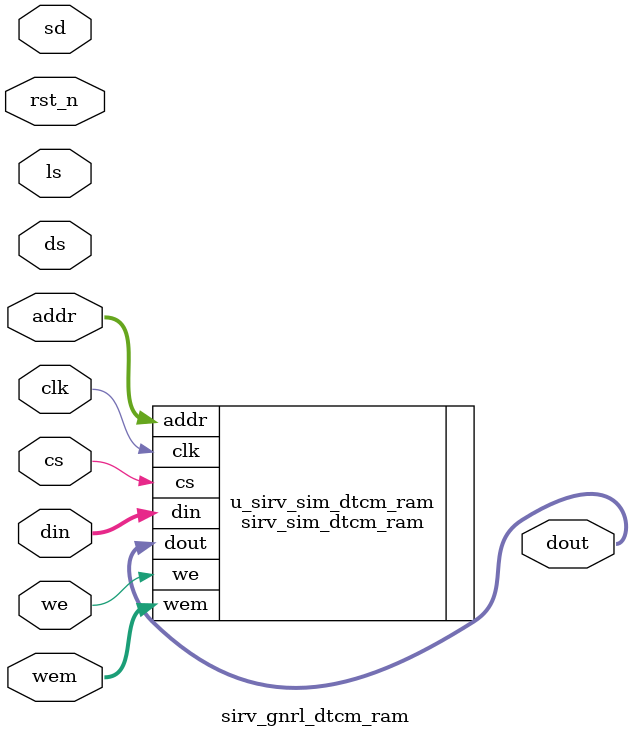
<source format=v>
 /*                                                                      
 Copyright 2018 Nuclei System Technology, Inc.                
                                                                         
 Licensed under the Apache License, Version 2.0 (the "License");         
 you may not use this file except in compliance with the License.        
 You may obtain a copy of the License at                                 
                                                                         
     http://www.apache.org/licenses/LICENSE-2.0                          
                                                                         
  Unless required by applicable law or agreed to in writing, software    
 distributed under the License is distributed on an "AS IS" BASIS,       
 WITHOUT WARRANTIES OR CONDITIONS OF ANY KIND, either express or implied.
 See the License for the specific language governing permissions and     
 limitations under the License.                                          
 */                                                                      
                                                                         
                                                                         
                                                                         
//=====================================================================
//
// Designer   : Bob Hu
//
// Description:
//  The top level RAM module
//
// ====================================================================

module sirv_gnrl_itcm_ram
#(parameter DP = 32,
  parameter DW = 32,
  parameter FORCE_X2ZERO = 1,
  parameter MW = 4,
  parameter AW = 15 
  ) (
  input            sd,
  input            ds,
  input            ls,

  input            rst_n,
  input            clk,
  input            cs,
  input            we,
  input [AW-1:0]   addr,
  input [DW-1:0]   din,
  input [MW-1:0]   wem,
  output[DW-1:0]   dout
);

//To add the ASIC or FPGA or Sim-model control here
// This is the Sim-model
//
`ifdef FPGA_SOURCE
sirv_sim_itcm_ram #(
    .FORCE_X2ZERO (1'b0),
    .DP (DP),
    .AW (AW),
    .MW (MW),
    .DW (DW) 
)u_sirv_sim_itcm_ram (
    .clk   (clk),
    .din   (din),
    .addr  (addr),
    .cs    (cs),
    .we    (we),
    .wem   (wem),
    .dout  (dout)
);
`else

sirv_sim_itcm_ram #(
    .FORCE_X2ZERO (FORCE_X2ZERO),
    .DP (DP),
    .AW (AW),
    .MW (MW),
    .DW (DW) 
)u_sirv_sim_itcm_ram (
    .clk   (clk),
    .din   (din),
    .addr  (addr),
    .cs    (cs),
    .we    (we),
    .wem   (wem),
    .dout  (dout)
);
`endif

endmodule




module sirv_gnrl_dtcm_ram
#(parameter DP = 32,
  parameter DW = 32,
  parameter FORCE_X2ZERO = 1,
  parameter MW = 4,
  parameter AW = 15 
  ) (
  input            sd,
  input            ds,
  input            ls,

  input            rst_n,
  input            clk,
  input            cs,
  input            we,
  input [AW-1:0]   addr,
  input [DW-1:0]   din,
  input [MW-1:0]   wem,
  output[DW-1:0]   dout
);

//To add the ASIC or FPGA or Sim-model control here
// This is the Sim-model
//
`ifdef FPGA_SOURCE
sirv_sim_dtcm_ram #(
    .FORCE_X2ZERO (1'b0),
    .DP (DP),
    .AW (AW),
    .MW (MW),
    .DW (DW) 
)u_sirv_sim_dtcm_ram (
    .clk   (clk),
    .din   (din),
    .addr  (addr),
    .cs    (cs),
    .we    (we),
    .wem   (wem),
    .dout  (dout)
);
`else

sirv_sim_dtcm_ram #(
    .FORCE_X2ZERO (FORCE_X2ZERO),
    .DP (DP),
    .AW (AW),
    .MW (MW),
    .DW (DW) 
)u_sirv_sim_dtcm_ram (
    .clk   (clk),
    .din   (din),
    .addr  (addr),
    .cs    (cs),
    .we    (we),
    .wem   (wem),
    .dout  (dout)
);
`endif

endmodule
</source>
